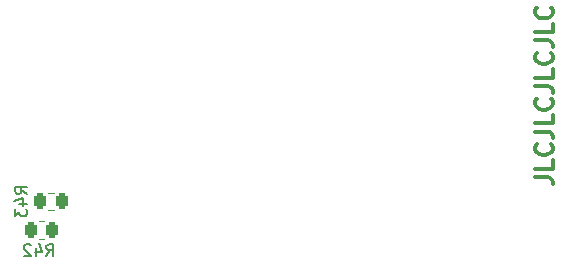
<source format=gbo>
G04 #@! TF.GenerationSoftware,KiCad,Pcbnew,8.0.8*
G04 #@! TF.CreationDate,2025-02-19T14:34:16-05:00*
G04 #@! TF.ProjectId,afe_230v_16a,6166655f-3233-4307-965f-3136612e6b69,rev?*
G04 #@! TF.SameCoordinates,Original*
G04 #@! TF.FileFunction,Legend,Bot*
G04 #@! TF.FilePolarity,Positive*
%FSLAX46Y46*%
G04 Gerber Fmt 4.6, Leading zero omitted, Abs format (unit mm)*
G04 Created by KiCad (PCBNEW 8.0.8) date 2025-02-19 14:34:16*
%MOMM*%
%LPD*%
G01*
G04 APERTURE LIST*
G04 Aperture macros list*
%AMRoundRect*
0 Rectangle with rounded corners*
0 $1 Rounding radius*
0 $2 $3 $4 $5 $6 $7 $8 $9 X,Y pos of 4 corners*
0 Add a 4 corners polygon primitive as box body*
4,1,4,$2,$3,$4,$5,$6,$7,$8,$9,$2,$3,0*
0 Add four circle primitives for the rounded corners*
1,1,$1+$1,$2,$3*
1,1,$1+$1,$4,$5*
1,1,$1+$1,$6,$7*
1,1,$1+$1,$8,$9*
0 Add four rect primitives between the rounded corners*
20,1,$1+$1,$2,$3,$4,$5,0*
20,1,$1+$1,$4,$5,$6,$7,0*
20,1,$1+$1,$6,$7,$8,$9,0*
20,1,$1+$1,$8,$9,$2,$3,0*%
G04 Aperture macros list end*
%ADD10C,0.300000*%
%ADD11C,0.150000*%
%ADD12C,0.120000*%
%ADD13R,1.950000X1.950000*%
%ADD14C,1.950000*%
%ADD15R,1.700000X1.700000*%
%ADD16O,1.700000X1.700000*%
%ADD17R,2.250000X2.250000*%
%ADD18C,2.250000*%
%ADD19RoundRect,0.250000X-0.262500X-0.450000X0.262500X-0.450000X0.262500X0.450000X-0.262500X0.450000X0*%
G04 APERTURE END LIST*
D10*
X164770828Y-106116917D02*
X165842257Y-106116917D01*
X165842257Y-106116917D02*
X166056542Y-106188346D01*
X166056542Y-106188346D02*
X166199400Y-106331203D01*
X166199400Y-106331203D02*
X166270828Y-106545489D01*
X166270828Y-106545489D02*
X166270828Y-106688346D01*
X166270828Y-104688346D02*
X166270828Y-105402632D01*
X166270828Y-105402632D02*
X164770828Y-105402632D01*
X166127971Y-103331203D02*
X166199400Y-103402631D01*
X166199400Y-103402631D02*
X166270828Y-103616917D01*
X166270828Y-103616917D02*
X166270828Y-103759774D01*
X166270828Y-103759774D02*
X166199400Y-103974060D01*
X166199400Y-103974060D02*
X166056542Y-104116917D01*
X166056542Y-104116917D02*
X165913685Y-104188346D01*
X165913685Y-104188346D02*
X165627971Y-104259774D01*
X165627971Y-104259774D02*
X165413685Y-104259774D01*
X165413685Y-104259774D02*
X165127971Y-104188346D01*
X165127971Y-104188346D02*
X164985114Y-104116917D01*
X164985114Y-104116917D02*
X164842257Y-103974060D01*
X164842257Y-103974060D02*
X164770828Y-103759774D01*
X164770828Y-103759774D02*
X164770828Y-103616917D01*
X164770828Y-103616917D02*
X164842257Y-103402631D01*
X164842257Y-103402631D02*
X164913685Y-103331203D01*
X164770828Y-102259774D02*
X165842257Y-102259774D01*
X165842257Y-102259774D02*
X166056542Y-102331203D01*
X166056542Y-102331203D02*
X166199400Y-102474060D01*
X166199400Y-102474060D02*
X166270828Y-102688346D01*
X166270828Y-102688346D02*
X166270828Y-102831203D01*
X166270828Y-100831203D02*
X166270828Y-101545489D01*
X166270828Y-101545489D02*
X164770828Y-101545489D01*
X166127971Y-99474060D02*
X166199400Y-99545488D01*
X166199400Y-99545488D02*
X166270828Y-99759774D01*
X166270828Y-99759774D02*
X166270828Y-99902631D01*
X166270828Y-99902631D02*
X166199400Y-100116917D01*
X166199400Y-100116917D02*
X166056542Y-100259774D01*
X166056542Y-100259774D02*
X165913685Y-100331203D01*
X165913685Y-100331203D02*
X165627971Y-100402631D01*
X165627971Y-100402631D02*
X165413685Y-100402631D01*
X165413685Y-100402631D02*
X165127971Y-100331203D01*
X165127971Y-100331203D02*
X164985114Y-100259774D01*
X164985114Y-100259774D02*
X164842257Y-100116917D01*
X164842257Y-100116917D02*
X164770828Y-99902631D01*
X164770828Y-99902631D02*
X164770828Y-99759774D01*
X164770828Y-99759774D02*
X164842257Y-99545488D01*
X164842257Y-99545488D02*
X164913685Y-99474060D01*
X164770828Y-98402631D02*
X165842257Y-98402631D01*
X165842257Y-98402631D02*
X166056542Y-98474060D01*
X166056542Y-98474060D02*
X166199400Y-98616917D01*
X166199400Y-98616917D02*
X166270828Y-98831203D01*
X166270828Y-98831203D02*
X166270828Y-98974060D01*
X166270828Y-96974060D02*
X166270828Y-97688346D01*
X166270828Y-97688346D02*
X164770828Y-97688346D01*
X166127971Y-95616917D02*
X166199400Y-95688345D01*
X166199400Y-95688345D02*
X166270828Y-95902631D01*
X166270828Y-95902631D02*
X166270828Y-96045488D01*
X166270828Y-96045488D02*
X166199400Y-96259774D01*
X166199400Y-96259774D02*
X166056542Y-96402631D01*
X166056542Y-96402631D02*
X165913685Y-96474060D01*
X165913685Y-96474060D02*
X165627971Y-96545488D01*
X165627971Y-96545488D02*
X165413685Y-96545488D01*
X165413685Y-96545488D02*
X165127971Y-96474060D01*
X165127971Y-96474060D02*
X164985114Y-96402631D01*
X164985114Y-96402631D02*
X164842257Y-96259774D01*
X164842257Y-96259774D02*
X164770828Y-96045488D01*
X164770828Y-96045488D02*
X164770828Y-95902631D01*
X164770828Y-95902631D02*
X164842257Y-95688345D01*
X164842257Y-95688345D02*
X164913685Y-95616917D01*
X164770828Y-94545488D02*
X165842257Y-94545488D01*
X165842257Y-94545488D02*
X166056542Y-94616917D01*
X166056542Y-94616917D02*
X166199400Y-94759774D01*
X166199400Y-94759774D02*
X166270828Y-94974060D01*
X166270828Y-94974060D02*
X166270828Y-95116917D01*
X166270828Y-93116917D02*
X166270828Y-93831203D01*
X166270828Y-93831203D02*
X164770828Y-93831203D01*
X166127971Y-91759774D02*
X166199400Y-91831202D01*
X166199400Y-91831202D02*
X166270828Y-92045488D01*
X166270828Y-92045488D02*
X166270828Y-92188345D01*
X166270828Y-92188345D02*
X166199400Y-92402631D01*
X166199400Y-92402631D02*
X166056542Y-92545488D01*
X166056542Y-92545488D02*
X165913685Y-92616917D01*
X165913685Y-92616917D02*
X165627971Y-92688345D01*
X165627971Y-92688345D02*
X165413685Y-92688345D01*
X165413685Y-92688345D02*
X165127971Y-92616917D01*
X165127971Y-92616917D02*
X164985114Y-92545488D01*
X164985114Y-92545488D02*
X164842257Y-92402631D01*
X164842257Y-92402631D02*
X164770828Y-92188345D01*
X164770828Y-92188345D02*
X164770828Y-92045488D01*
X164770828Y-92045488D02*
X164842257Y-91831202D01*
X164842257Y-91831202D02*
X164913685Y-91759774D01*
D11*
X123407857Y-112784819D02*
X123741190Y-112308628D01*
X123979285Y-112784819D02*
X123979285Y-111784819D01*
X123979285Y-111784819D02*
X123598333Y-111784819D01*
X123598333Y-111784819D02*
X123503095Y-111832438D01*
X123503095Y-111832438D02*
X123455476Y-111880057D01*
X123455476Y-111880057D02*
X123407857Y-111975295D01*
X123407857Y-111975295D02*
X123407857Y-112118152D01*
X123407857Y-112118152D02*
X123455476Y-112213390D01*
X123455476Y-112213390D02*
X123503095Y-112261009D01*
X123503095Y-112261009D02*
X123598333Y-112308628D01*
X123598333Y-112308628D02*
X123979285Y-112308628D01*
X122550714Y-112118152D02*
X122550714Y-112784819D01*
X122788809Y-111737200D02*
X123026904Y-112451485D01*
X123026904Y-112451485D02*
X122407857Y-112451485D01*
X122074523Y-111880057D02*
X122026904Y-111832438D01*
X122026904Y-111832438D02*
X121931666Y-111784819D01*
X121931666Y-111784819D02*
X121693571Y-111784819D01*
X121693571Y-111784819D02*
X121598333Y-111832438D01*
X121598333Y-111832438D02*
X121550714Y-111880057D01*
X121550714Y-111880057D02*
X121503095Y-111975295D01*
X121503095Y-111975295D02*
X121503095Y-112070533D01*
X121503095Y-112070533D02*
X121550714Y-112213390D01*
X121550714Y-112213390D02*
X122122142Y-112784819D01*
X122122142Y-112784819D02*
X121503095Y-112784819D01*
X121744819Y-107527142D02*
X121268628Y-107193809D01*
X121744819Y-106955714D02*
X120744819Y-106955714D01*
X120744819Y-106955714D02*
X120744819Y-107336666D01*
X120744819Y-107336666D02*
X120792438Y-107431904D01*
X120792438Y-107431904D02*
X120840057Y-107479523D01*
X120840057Y-107479523D02*
X120935295Y-107527142D01*
X120935295Y-107527142D02*
X121078152Y-107527142D01*
X121078152Y-107527142D02*
X121173390Y-107479523D01*
X121173390Y-107479523D02*
X121221009Y-107431904D01*
X121221009Y-107431904D02*
X121268628Y-107336666D01*
X121268628Y-107336666D02*
X121268628Y-106955714D01*
X121078152Y-108384285D02*
X121744819Y-108384285D01*
X120697200Y-108146190D02*
X121411485Y-107908095D01*
X121411485Y-107908095D02*
X121411485Y-108527142D01*
X120744819Y-108812857D02*
X120744819Y-109431904D01*
X120744819Y-109431904D02*
X121125771Y-109098571D01*
X121125771Y-109098571D02*
X121125771Y-109241428D01*
X121125771Y-109241428D02*
X121173390Y-109336666D01*
X121173390Y-109336666D02*
X121221009Y-109384285D01*
X121221009Y-109384285D02*
X121316247Y-109431904D01*
X121316247Y-109431904D02*
X121554342Y-109431904D01*
X121554342Y-109431904D02*
X121649580Y-109384285D01*
X121649580Y-109384285D02*
X121697200Y-109336666D01*
X121697200Y-109336666D02*
X121744819Y-109241428D01*
X121744819Y-109241428D02*
X121744819Y-108955714D01*
X121744819Y-108955714D02*
X121697200Y-108860476D01*
X121697200Y-108860476D02*
X121649580Y-108812857D01*
D12*
X123214564Y-109855000D02*
X122760436Y-109855000D01*
X123214564Y-111325000D02*
X122760436Y-111325000D01*
X124034564Y-107445000D02*
X123580436Y-107445000D01*
X124034564Y-108915000D02*
X123580436Y-108915000D01*
%LPC*%
D13*
X121340000Y-55265000D03*
D14*
X126340000Y-55265000D03*
X131340000Y-55265000D03*
X136340000Y-55265000D03*
X141340000Y-55265000D03*
X146340000Y-55265000D03*
D15*
X176040000Y-132970000D03*
D16*
X178580000Y-132970000D03*
X181120000Y-132970000D03*
X183660000Y-132970000D03*
D15*
X162920000Y-58675000D03*
D16*
X162920000Y-56135000D03*
X165460000Y-58675000D03*
X165460000Y-56135000D03*
X168000000Y-58675000D03*
X168000000Y-56135000D03*
X170540000Y-58675000D03*
X170540000Y-56135000D03*
X173080000Y-58675000D03*
X173080000Y-56135000D03*
X175620000Y-58675000D03*
X175620000Y-56135000D03*
D15*
X164800000Y-84190000D03*
D16*
X164800000Y-81650000D03*
X167340000Y-84190000D03*
X167340000Y-81650000D03*
X169880000Y-84190000D03*
X169880000Y-81650000D03*
X172420000Y-84190000D03*
X172420000Y-81650000D03*
X174960000Y-84190000D03*
X174960000Y-81650000D03*
X177500000Y-84190000D03*
X177500000Y-81650000D03*
D17*
X166420000Y-133080000D03*
D18*
X171420000Y-133080000D03*
D13*
X121145000Y-134290000D03*
D14*
X126225000Y-134290000D03*
X131305000Y-134290000D03*
X136385000Y-134290000D03*
X141465000Y-134290000D03*
X146545000Y-134290000D03*
D15*
X122580000Y-84490000D03*
D16*
X125120000Y-84490000D03*
X122580000Y-87030000D03*
X125120000Y-87030000D03*
X122580000Y-89570000D03*
X125120000Y-89570000D03*
X122580000Y-92110000D03*
X125120000Y-92110000D03*
X122580000Y-94650000D03*
X125120000Y-94650000D03*
X122580000Y-97190000D03*
X125120000Y-97190000D03*
X122580000Y-99730000D03*
X125120000Y-99730000D03*
X122580000Y-102270000D03*
X125120000Y-102270000D03*
X122580000Y-104810000D03*
X125120000Y-104810000D03*
D19*
X122075000Y-110590000D03*
X123900000Y-110590000D03*
X122895000Y-108180000D03*
X124720000Y-108180000D03*
%LPD*%
M02*

</source>
